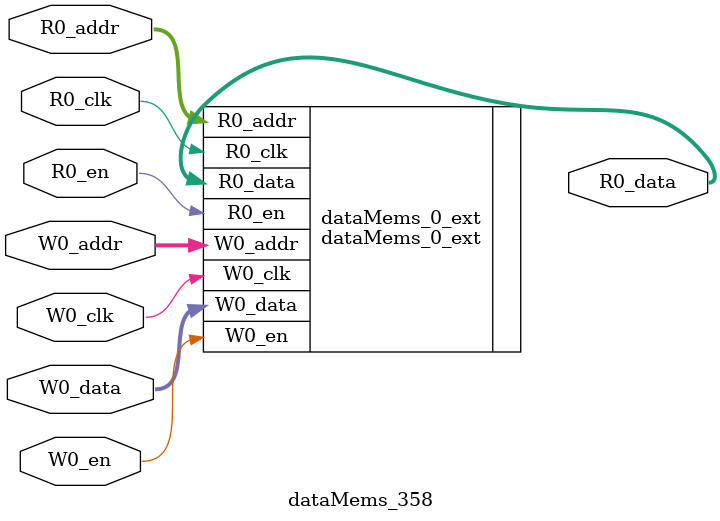
<source format=sv>
`ifndef RANDOMIZE
  `ifdef RANDOMIZE_REG_INIT
    `define RANDOMIZE
  `endif // RANDOMIZE_REG_INIT
`endif // not def RANDOMIZE
`ifndef RANDOMIZE
  `ifdef RANDOMIZE_MEM_INIT
    `define RANDOMIZE
  `endif // RANDOMIZE_MEM_INIT
`endif // not def RANDOMIZE

`ifndef RANDOM
  `define RANDOM $random
`endif // not def RANDOM

// Users can define 'PRINTF_COND' to add an extra gate to prints.
`ifndef PRINTF_COND_
  `ifdef PRINTF_COND
    `define PRINTF_COND_ (`PRINTF_COND)
  `else  // PRINTF_COND
    `define PRINTF_COND_ 1
  `endif // PRINTF_COND
`endif // not def PRINTF_COND_

// Users can define 'ASSERT_VERBOSE_COND' to add an extra gate to assert error printing.
`ifndef ASSERT_VERBOSE_COND_
  `ifdef ASSERT_VERBOSE_COND
    `define ASSERT_VERBOSE_COND_ (`ASSERT_VERBOSE_COND)
  `else  // ASSERT_VERBOSE_COND
    `define ASSERT_VERBOSE_COND_ 1
  `endif // ASSERT_VERBOSE_COND
`endif // not def ASSERT_VERBOSE_COND_

// Users can define 'STOP_COND' to add an extra gate to stop conditions.
`ifndef STOP_COND_
  `ifdef STOP_COND
    `define STOP_COND_ (`STOP_COND)
  `else  // STOP_COND
    `define STOP_COND_ 1
  `endif // STOP_COND
`endif // not def STOP_COND_

// Users can define INIT_RANDOM as general code that gets injected into the
// initializer block for modules with registers.
`ifndef INIT_RANDOM
  `define INIT_RANDOM
`endif // not def INIT_RANDOM

// If using random initialization, you can also define RANDOMIZE_DELAY to
// customize the delay used, otherwise 0.002 is used.
`ifndef RANDOMIZE_DELAY
  `define RANDOMIZE_DELAY 0.002
`endif // not def RANDOMIZE_DELAY

// Define INIT_RANDOM_PROLOG_ for use in our modules below.
`ifndef INIT_RANDOM_PROLOG_
  `ifdef RANDOMIZE
    `ifdef VERILATOR
      `define INIT_RANDOM_PROLOG_ `INIT_RANDOM
    `else  // VERILATOR
      `define INIT_RANDOM_PROLOG_ `INIT_RANDOM #`RANDOMIZE_DELAY begin end
    `endif // VERILATOR
  `else  // RANDOMIZE
    `define INIT_RANDOM_PROLOG_
  `endif // RANDOMIZE
`endif // not def INIT_RANDOM_PROLOG_

// Include register initializers in init blocks unless synthesis is set
`ifndef SYNTHESIS
  `ifndef ENABLE_INITIAL_REG_
    `define ENABLE_INITIAL_REG_
  `endif // not def ENABLE_INITIAL_REG_
`endif // not def SYNTHESIS

// Include rmemory initializers in init blocks unless synthesis is set
`ifndef SYNTHESIS
  `ifndef ENABLE_INITIAL_MEM_
    `define ENABLE_INITIAL_MEM_
  `endif // not def ENABLE_INITIAL_MEM_
`endif // not def SYNTHESIS

module dataMems_358(	// @[generators/ara/src/main/scala/UnsafeAXI4ToTL.scala:365:62]
  input  [4:0]  R0_addr,
  input         R0_en,
  input         R0_clk,
  output [66:0] R0_data,
  input  [4:0]  W0_addr,
  input         W0_en,
  input         W0_clk,
  input  [66:0] W0_data
);

  dataMems_0_ext dataMems_0_ext (	// @[generators/ara/src/main/scala/UnsafeAXI4ToTL.scala:365:62]
    .R0_addr (R0_addr),
    .R0_en   (R0_en),
    .R0_clk  (R0_clk),
    .R0_data (R0_data),
    .W0_addr (W0_addr),
    .W0_en   (W0_en),
    .W0_clk  (W0_clk),
    .W0_data (W0_data)
  );
endmodule


</source>
